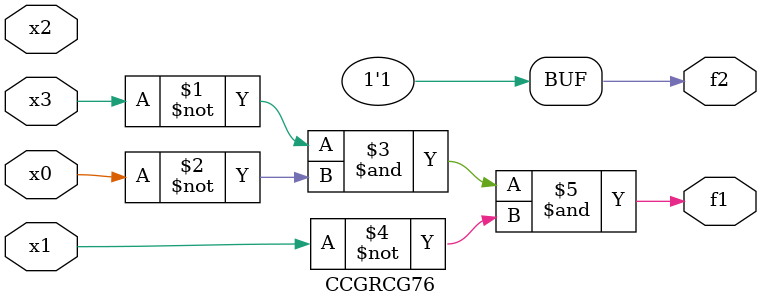
<source format=v>

module CCGRCG76 ( 
    x0, x1, x2, x3,
    f1, f2  );
  input  x0, x1, x2, x3;
  output f1, f2;
  assign f1 = ~x3 & ~x0 & ~x1;
  assign f2 = 1'b1;
endmodule



</source>
